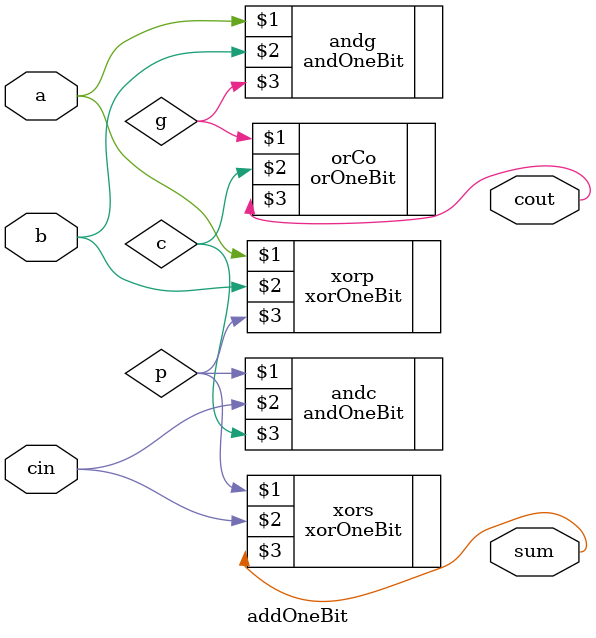
<source format=sv>
module addOneBit(input logic cin, a, b, output logic sum, cout);

logic p;
logic g;
logic c;

xorOneBit xorp (a,b,p);
andOneBit andg (a,b,g);
andOneBit andc (p,cin,c);
xorOneBit xors (p,cin,sum);
orOneBit orCo (g,c,cout);

endmodule			
</source>
